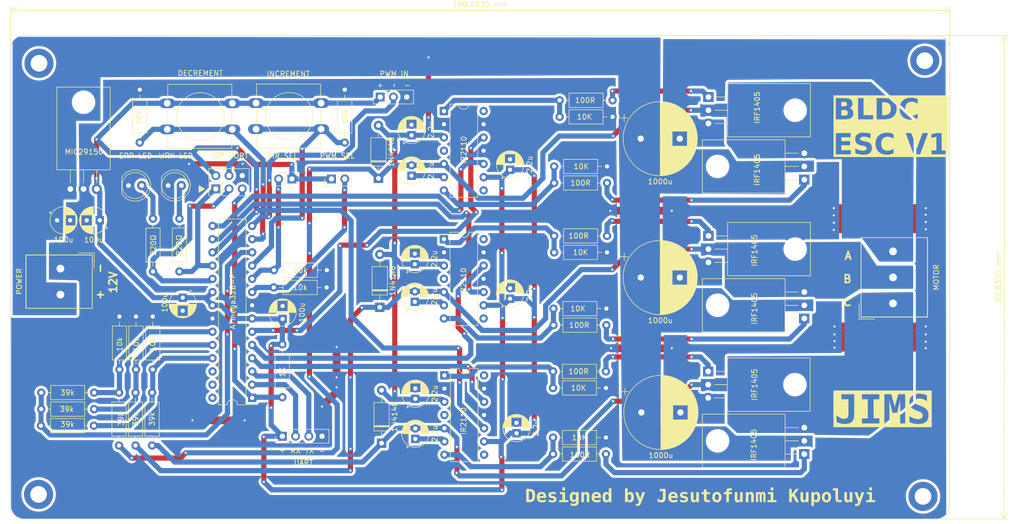
<source format=kicad_pcb>
(kicad_pcb (version 20221018) (generator pcbnew)
  (title_block (title "BLDC ESC") (date "2023-11-16") (rev "0.2") (company "JIMS Innovations") (comment 1 "Designed by Jesutofunmi Kupoluyi"))
  (layers (0 "F.Cu" signal) (31 "B.Cu" signal) (34 "B.Paste" user) (35 "F.Paste" user) (36 "B.SilkS" user "B.Silkscreen") (37 "F.SilkS" user "F.Silkscreen") (38 "B.Mask" user) (39 "F.Mask" user) (44 "Edge.Cuts" user))
  (net 0 "")
  (net 1 "+5V")
  (net 2 "GND")
  (net 3 "Net-(U1-VB)")
  (net 4 "/PH_A_MOT")
  (net 5 "Net-(U2-VB)")
  (net 6 "/PH_B_MOT")
  (net 7 "Net-(U3-VB)")
  (net 8 "/PH_C_MOT")
  (net 9 "+12V")
  (net 10 "Net-(Q1-G)")
  (net 11 "Net-(Q2-G)")
  (net 12 "Net-(Q3-G)")
  (net 13 "Net-(Q4-G)")
  (net 14 "Net-(Q5-G)")
  (net 15 "Net-(Q6-G)")
  (net 16 "Net-(U2-HO)")
  (net 17 "Net-(U2-LO)")
  (net 18 "Net-(U3-HO)")
  (net 19 "Net-(U3-LO)")
  (net 20 "Net-(U1-HO)")
  (net 21 "Net-(U1-LO)")
  (net 22 "Net-(D4-A)")
  (net 25 "Net-(D5-A)")
  (net 26 "/DIR_SEL")
  (net 30 "/PWM_SEL")
  (net 31 "/UART_RX")
  (net 35 "/UART_TX")
  (net 36 "/MISO")
  (net 38 "/ERR_LED")
  (net 39 "/MOSI")
  (net 40 "/RESET")
  (net 41 "/PH_A_BEMF")
  (net 42 "/PH_B_BEMF")
  (net 43 "/PH_C_BEMF")
  (net 44 "/V_GND")
  (net 45 "/INC_BTN")
  (net 46 "/DEC_BTN")
  (net 47 "/PH_A_HIN")
  (net 48 "/PH_A_LIN")
  (net 49 "/PH_B_HIN")
  (net 50 "/PH_B_LIN")
  (net 51 "/PH_C_LIN")
  (net 52 "/PWM_IN")
  (footprint "Capacitor_THT:CP_Radial_D5.0mm_P2.50mm" (layer "F.Cu") (at 66.782562 82.348721 180)
    (fp_text reference "C13" hide)
    (fp_text value "100u")
  )
  (footprint "Resistor_THT:R_Axial_DIN0207_L6.3mm_D2.5mm_P10.16mm_Horizontal" (layer "F.Cu") (at 82.087449 82.023949 -90)
    (fp_text reference "R27" hide)
    (fp_text value "220Ω")
  )
  (footprint "Resistor_THT:R_Axial_DIN0207_L6.3mm_D2.5mm_P10.16mm_Horizontal" (layer "F.Cu") (at 55.499 121.793)
    (fp_text reference "R19" hide)
    (fp_text value "39k")
  )
  (footprint "Resistor_THT:R_Axial_DIN0207_L6.3mm_D2.5mm_P10.16mm_Horizontal" (layer "F.Cu") (at 165.272449 62.481221 180)
    (fp_text reference "R6" hide)
    (fp_text value "10K")
  )
  (footprint "Resistor_THT:R_Axial_DIN0207_L6.3mm_D2.5mm_P10.16mm_Horizontal" (layer "F.Cu") (at 73.741551 100.840779 -90)
    (fp_text reference "R21" hide)
    (fp_text value "10k")
  )
  (footprint "Resistor_THT:R_Axial_DIN0207_L6.3mm_D2.5mm_P10.16mm_Horizontal" (layer "F.Cu") (at 55.544449 118.615221)
    (fp_text reference "R18" hide)
    (fp_text value "39k")
  )
  (footprint "MountingHole:MountingHole_3.2mm_M3_DIN965_Pad_TopBottom" (layer "F.Cu") (at 225.2345 51.689)
    (fp_text reference "REF**" hide)
    (fp_text value "MountingHole_3.2mm_M3_DIN965_Pad_TopBottom" hide)
  )
  (footprint "Package_TO_SOT_THT:TO-220-3_Horizontal_TabDown" (layer "F.Cu") (at 183.687449 58.671221 -90)
    (fp_text reference "Q2" hide)
    (fp_text value "IRF1405")
  )
  (footprint "Connector_PinHeader_2.54mm:PinHeader_1x04_P2.54mm_Vertical" (layer "F.Cu") (at 101.854 123.825 90)
    (fp_text reference "J5" hide)
    (fp_text value "UART")
  )
  (footprint "Package_DIP:DIP-14_W7.62mm" (layer "F.Cu") (at 132.979 112.136)
    (fp_text reference "U3" hide)
    (fp_text value "IR2110")
  )
  (footprint "Connector_PinHeader_2.54mm:PinHeader_1x02_P2.54mm_Vertical" (layer "F.Cu") (at 111.297449 74.403949 90)
    (fp_text reference "J4" hide)
    (fp_text value "PWM SEL")
  )
  (footprint "Resistor_THT:R_Axial_DIN0207_L6.3mm_D2.5mm_P10.16mm_Horizontal" (layer "F.Cu") (at 164.084 99.314 180)
    (fp_text reference "R1" hide)
    (fp_text value "10K")
  )
  (footprint "Resistor_THT:R_Axial_DIN0207_L6.3mm_D2.5mm_P10.16mm_Horizontal" (layer "F.Cu") (at 154.051 85.341221)
    (fp_text reference "R10" hide)
    (fp_text value "100R")
  )
  (footprint "Capacitor_THT:CP_Radial_D5.0mm_P2.00mm" (layer "F.Cu") (at 127.299449 98.009221 90)
    (fp_text reference "C5" hide)
    (fp_text value "2.2u")
  )
  (footprint "Resistor_THT:R_Axial_DIN0207_L6.3mm_D2.5mm_P10.16mm_Horizontal" (layer "F.Cu") (at 76.962 100.840779 -90)
    (fp_text reference "R20" hide)
    (fp_text value "10k")
  )
  (footprint "Capacitor_THT:CP_Radial_D14.0mm_P7.50mm" (layer "F.Cu") (at 170.681 66.675)
    (fp_text reference "C16" hide)
    (fp_text value "1000u")
  )
  (footprint "Diode_THT:D_A-405_P10.16mm_Horizontal" (layer "F.Cu") (at 120.314449 74.292221 90)
    (fp_text reference "D1" hide)
    (fp_text value "1N4148")
  )
  (footprint "Capacitor_THT:CP_Radial_D5.0mm_P2.00mm" (layer "F.Cu") (at 127.391 116.647113 90)
    (fp_text reference "C7" hide)
    (fp_text value "2.2u")
  )
  (footprint "Package_TO_SOT_THT:TO-220-3_Horizontal_TabDown" (layer "F.Cu") (at 202.102449 74.546221 90)
    (fp_text reference "Q1" hide)
    (fp_text value "IRF1405")
  )
  (footprint "Resistor_THT:R_Axial_DIN0207_L6.3mm_D2.5mm_P10.16mm_Horizontal" (layer "F.Cu") (at 153.842449 111.376221)
    (fp_text reference "R12" hide)
    (fp_text value "100R")
  )
  (footprint "Capacitor_THT:CP_Radial_D5.0mm_P2.00mm" (layer "F.Cu") (at 126.664449 73.784221 90)
    (fp_text reference "C4" hide)
    (fp_text value "2.2u")
  )
  (footprint "Package_DIP:DIP-14_W7.62mm" (layer "F.Cu") (at 132.887449 61.370221)
    (fp_text reference "U1" hide)
    (fp_text value "IR2110")
  )
  (footprint "Capacitor_THT:CP_Radial_D5.0mm_P2.00mm" (layer "F.Cu") (at 127.391 124.333226 90)
    (fp_text reference "C6" hide)
    (fp_text value "2.2u")
  )
  (footprint "MountingHole:MountingHole_3.2mm_M3_DIN965_Pad_TopBottom" (layer "F.Cu") (at 55.118 52.197)
    (fp_text reference "REF**" hide)
    (fp_text value "MountingHole_3.2mm_M3_DIN965_Pad_TopBottom" hide)
  )
  (footprint "Package_TO_SOT_THT:TO-220-3_Horizontal_TabDown" (layer "F.Cu") (at 183.642449 111.376221 -90)
    (fp_text reference "Q6" hide)
    (fp_text value "IRF1405")
  )
  (footprint "Resistor_THT:R_Axial_DIN0207_L6.3mm_D2.5mm_P10.16mm_Horizontal" (layer "F.Cu") (at 70.485 115.443 -90)
    (fp_text reference "R14" hide)
    (fp_text value "39k")
  )
  (footprint "Capacitor_THT:CP_Radial_D5.0mm_P2.00mm" (layer "F.Cu") (at 145.587449 72.641221 90)
    (fp_text reference "C1" hide)
    (fp_text value "2.2u")
  )
  (footprint "Button_Switch_THT:SW_PUSH-12mm" (layer "F.Cu") (at 79.747449 59.878949)
    (fp_text reference "SW2" hide)
    (fp_text value "DECREMENT")
  )
  (footprint "Capacitor_THT:CP_Radial_D5.0mm_P2.00mm" (layer "F.Cu") (at 126.664449 66.005221 90)
    (fp_text reference "C9" hide)
    (fp_text value "2.2u")
  )
  (footprint "TerminalBlock_Altech:Altech_AK300_1x02_P5.00mm_45-Degree" (layer "F.Cu") (at 59.227449 91.628949 -90)
    (fp_text reference "J2" hide)
    (fp_text value "POWER")
  )
  (footprint "Connector_PinHeader_2.54mm:PinHeader_1x02_P2.54mm_Vertical" (layer "F.Cu") (at 103.682449 74.403949 -90)
    (fp_text reference "J3" hide)
    (fp_text value "DIR SEL")
  )
  (footprint "MountingHole:MountingHole_3.2mm_M3_DIN965_Pad_TopBottom" (layer "F.Cu") (at 224.898949 135.382)
    (fp_text reference "REF**" hide)
    (fp_text value "MountingHole_3.2mm_M3_DIN965_Pad_TopBottom" hide)
  )
  (footprint "Package_DIP:DIP-14_W7.62mm" (layer "F.Cu") (at 132.887449 85.971221)
    (fp_text reference "U2" hide)
    (fp_text value "IR2110")
  )
  (footprint "Capacitor_THT:CP_Radial_D5.0mm_P2.00mm" (layer "F.Cu") (at 145.587449 97.406221 90)
    (fp_text reference "C3" hide)
    (fp_text value "2.2u")
  )
  (footprint "Resistor_THT:R_Axial_DIN0207_L6.3mm_D2.5mm_P10.16mm_Horizontal" (layer "F.Cu") (at 164.211 88.516221 180)
    (fp_text reference "R2" hide)
    (fp_text value "10K")
  )
  (footprint "Resistor_THT:R_Axial_DIN0207_L6.3mm_D2.5mm_P10.16mm_Horizontal" (layer "F.Cu") (at 153.842449 127.251221)
    (fp_text reference "R11" hide)
    (fp_text value "100R")
  )
  (footprint "Capacitor_THT:CP_Radial_D14.0mm_P7.50mm" (layer "F.Cu") (at 170.688 93.345)
    (fp_text reference "C14" hide)
    (fp_text value "1000u")
  )
  (footprint "Capacitor_THT:CP_Radial_D5.0mm_P2.00mm" (layer "F.Cu") (at 146.822 123.251113 90)
    (fp_text reference "C2" hide)
    (fp_text value "2.2u")
  )
  (footprint "Capacitor_THT:CP_Radial_D5.0mm_P2.50mm" (layer "F.Cu") (at 58.592449 82.348721)
    (fp_text reference "C10" hide)
    (fp_text value "100u")
  )
  (footprint "Package_TO_SOT_THT:TO-220-3_Horizontal_TabDown" (layer "F.Cu") (at 183.687449 85.341221 -90)
    (fp_text reference "Q4" hide)
    (fp_text value "IRF1405")
  )
  (footprint "Resistor_THT:R_Axial_DIN0207_L6.3mm_D2.5mm_P10.16mm_Horizontal" (layer "F.Cu") (at 70.566551 100.840779 -90)
    (fp_text reference "R22" hide)
    (fp_text value "10k")
  )
  (footprint "Resistor_THT:R_Axial_DIN0207_L6.3mm_D2.5mm_P10.16mm_Horizontal" (layer "F.Cu") (at 155.112449 59.306221)
    (fp_text reference "R8" hide)
    (fp_text value "100R")
  )
  (footprint "Resistor_THT:R_Axial_DIN0207_L6.3mm_D2.5mm_P10.16mm_Horizontal" (layer "F.Cu") (at 74.467449 57.258949 -90)
    (fp_text reference "R26" hide)
    (fp_text value "10k")
  )
  (footprint "Resistor_THT:R_Axial_DIN0207_L6.3mm_D2.5mm_P10.16mm_Horizontal" (layer "F.Cu") (at 55.544449 115.440221)
    (fp_text reference "R17" hide)
    (fp_text value "39k")
  )
  (footprint "Connector_PinHeader_2.54mm:PinHeader_2x03_P2.54mm_Vertical" (layer "F.Cu") (at 89.072449 76.308949 90)
    (fp_text reference "J6" hide)
    (fp_text value "ISP PORT")
  )
  (footprint "Resistor_THT:R_Axial_DIN0207_L6.3mm_D2.5mm_P10.16mm_Horizontal" (layer "F.Cu") (at 153.924 102.489)
    (fp_text reference "R9" hide)
    (fp_text value "100R")
  )
  (footprint "Capacitor_THT:CP_Radial_D14.0mm_P7.50mm" (layer "F.Cu") (at 170.815 119.253)
    (fp_text reference "C15" hide)
    (fp_text value "1000u")
  )
  (footprint "Connector_PinHeader_2.54mm:PinHeader_1x03_P2.54mm_Vertical" (layer "F.Cu") (at 120.65 58.674 90)
    (fp_text reference "J7" hide)
    (fp_text value "PWM IN")
  )
  (footprint "LED_THT:LED_D5.0mm" (layer "F.Cu") (at 72.303449 75.673949)
    (fp_text reference "D5" hide)
    (fp_text value "ERR LED")
  )
  (footprint "TerminalBlock_Altech:Altech_AK300_1x03_P5.00mm_45-Degree" (layer "F.Cu") (at 219.139949 98.311449 90)
    (fp_text reference "J1" hide)
    (fp_text value "MOTOR")
  )
  (footprint "Resistor_THT:R_Axial_DIN0207_L6.3mm_D2.5mm_P10.16mm_Horizontal" (layer "F.Cu") (at 164.002449 124.076221 180)
    (fp_text reference "R3" hide)
    (fp_text value "10K")
  )
  (footprint "Resistor_THT:R_Axial_DIN0207_L6.3mm_D2.5mm_P10.16mm_Horizontal" (layer "F.Cu") (at 101.854 106.172 -90)
    (fp_text reference "R13" hide)
    (fp_text value "1K")
  )
  (footprint "MountingHole:MountingHole_3.2mm_M3_DIN965_Pad_TopBottom" (layer "F.Cu") (at 55.036449 135.001)
    (fp_text reference "REF**" hide)
    (fp_text value "MountingHole_3.2mm_M3_DIN965_Pad_TopBottom" hide)
  )
  (footprint "Resistor_THT:R_Axial_DIN0207_L6.3mm_D2.5mm_P10.16mm_Horizontal" (layer "F.Cu") (at 110.408449 91.929949 180)
    (fp_text reference "R24" hide)
    (fp_text value "10k")
  )
  (footprint "Capacitor_THT:CP_Radial_D5.0mm_P2.50mm" (layer "F.Cu") (at 82.722449 97.217108 -90)
    (fp_text reference "C11" hide)
    (fp_text value "100u")
  )
  (footprint "Package_TO_SOT_THT:TO-220-3_Horizontal_TabDown" (layer "F.Cu") (at 202.102449 127.251221 90)
    (fp_text reference "Q5" hide)
    (fp_text value "IRF1405")
  )
  (footprint "Resistor_THT:R_Axial_DIN0207_L6.3mm_D2.5mm_P10.16mm_Horizontal" (layer "F.Cu") (at 77.007449 82.023949 -90)
    (fp_text reference "R28" hide)
    (fp_text value "220Ω")
  )
  (footprint "Resistor_THT:R_Axial_DIN0207_L6.3mm_D2.5mm_P10.16mm_Horizontal" (layer "F.Cu") (at 110.363 95.25 180)
    (fp_text reference "R23" hide)
    (fp_text value "10k")
  )
  (footprint "Capacitor_THT:CP_Radial_D5.0mm_P2.50mm" (layer "F.Cu") (at 101.899449 101.303221 90)
    (fp_text reference "C12" hide)
    (fp_text value "100u")
  )
  (footprint "Resistor_THT:R_Axial_DIN0207_L6.3mm_D2.5mm_P10.16mm_Horizontal" (layer "F.Cu") (at 113.837449 57.258949 -90)
    (fp_text reference "R25" hide)
    (fp_text value "10k")
  )
  (footprint "Capacitor_THT:CP_Radial_D5.0mm_P2.00mm" (layer "F.Cu") (at 127.299449 90.770221 90)
    (fp_text reference "C8" hide)
    (fp_text value "2.2u")
  )
  (footprint "Resistor_THT:R_Axial_DIN0207_L6.3mm_D2.5mm_P10.16mm_Horizontal" (layer "F.Cu") (at 164.002449 114.551221 180)
    (fp_text reference "R4" hide)
    (fp_text value "10K")
  )
  (footprint "Package_TO_SOT_THT:TO-220-3_Horizontal_TabDown" (layer "F.Cu") (at 61.132449 76.338721)
    (fp_text reference "U5" hide)
    (fp_text value "MIC29150")
  )
  (footprint "Resistor_THT:R_Axial_DIN0207_L6.3mm_D2.5mm_P10.16mm_Horizontal" (layer "F.Cu") (at 164.211 72.006221 180)
    (fp_text reference "R5" hide)
    (fp_text value "10K")
  )
  (footprint "Resistor_THT:R_Axial_DIN0207_L6.3mm_D2.5mm_P10.16mm_Horizontal" (layer "F.Cu") (at 76.835 115.445779 -90)
    (fp_text reference "R16" hide)
    (fp_text value "39k")
  )
  (footprint "Package_DIP:DIP-28_W7.62mm" (layer "F.Cu") (at 96.057449 116.456221 180)
    (fp_text reference "U4" hide)
    (fp_text value "ATmega328-P")
  )
  (footprint "Button_Switch_THT:SW_PUSH-12mm" (layer "F.Cu") (at 96.802449 59.838949)
    (fp_text reference "SW1" hide)
    (fp_text value "INCREMENT")
  )
  (footprint "Diode_THT:D_A-405_P10.16mm_Horizontal" (layer "F.Cu") (at 120.914 125.156113 90)
    (fp_text reference "D2" hide)
    (fp_text value "1N4148")
  )
  (footprint "Diode_THT:D_A-405_P10.16mm_Horizontal" (layer "F.Cu") (at 120.568449 99.057221 90)
    (fp_text reference "D3" hide)
    (fp_text value "1N4148")
  )
  (footprint "Resistor_THT:R_Axial_DIN0207_L6.3mm_D2.5mm_P10.16mm_Horizontal" (layer "F.Cu") (at 154.051 75.181221)
    (fp_text reference "R7" hide)
    (fp_text value "100R")
  )
  (footprint "Resistor_THT:R_Axial_DIN0207_L6.3mm_D2.5mm_P10.16mm_Horizontal" (layer "F.Cu") (at 73.66 115.443 -90)
    (fp_text reference "R15" hide)
    (fp_text value "39k")
  )
  (footprint "LED_THT:LED_D5.0mm" (layer "F.Cu") (at 79.923449 75.673949)
    (fp_text reference "D4" hide)
    (fp_text value "WRK LED")
  )
  (footprint "Package_TO_SOT_THT:TO-220-3_Horizontal_TabDown" (layer "F.Cu") (at 202.102449 101.216221 90)
    (fp_text reference "Q3" hide)
    (fp_text value "IRF1405")
  )
  (gr_poly (pts (xy 85.852 75.692) (xy 86.868 76.327) (xy 85.852 76.962)) (stroke (width 0.15)) (fill solid) (layer "F.SilkS"))
  (gr_line (start 52.197 46.863) (end 227.5205 46.863) (stroke (width 0.1)) (layer "Edge.Cuts"))
  (gr_line (start 49.670699 56.496949) (end 49.657 49.403) (stroke (width 0.1)) (layer "Edge.Cuts"))
  (gr_arc (start 49.657 49.403) (mid 50.400949 47.606949) (end 52.197 46.863) (stroke (width 0.1)) (layer "Edge.Cuts"))
  (gr_line (start 230.0605 49.403) (end 229.978949 137.16) (stroke (width 0.1)) (layer "Edge.Cuts"))
  (gr_arc (start 229.978949 137.16) (mid 229.234986 138.956037) (end 227.438949 139.7) (stroke (width 0.1)) (layer "Edge.Cuts"))
  (gr_arc (start 227.5205 46.863) (mid 229.316535 47.606951) (end 230.0605 49.403) (stroke (width 0.1)) (layer "Edge.Cuts"))
  (gr_line (start 49.702449 137.16) (end 49.670699 56.496949) (stroke (width 0.1)) (layer "Edge.Cuts"))
  (gr_line (start 227.438949 139.7) (end 52.242449 139.7) (stroke (width 0.1)) (layer "Edge.Cuts"))
  (gr_arc (start 52.242449 139.7) (mid 50.446349 138.956072) (end 49.702449 137.16) (stroke (width 0.1)) (layer "Edge.Cuts"))
  (gr_text "BLDC \nESC V1" (at 207.645 70.358) (layer "F.SilkS" knockout) (effects (font (size 4 4) (thickness 0.3) bold) (justify left bottom)))
  (gr_text "B" (at 209.423 94.488) (layer "F.SilkS") (effects (font (size 1.5 1.5) (thickness 0.3) bold) (justify left bottom)))
  (gr_text "C" (at 209.423 98.933) (layer "F.SilkS") (effects (font (size 1.5 1.5) (thickness 0.3) bold) (justify left bottom)))
  (gr_text "+" (at 67.691 97.79 90) (layer "F.SilkS") (effects (font (size 1.5 1.5) (thickness 0.3) bold) (justify left bottom)))
  (gr_text "Designed by Jesutofunmi Kupoluyi" (at 148.463 136.906) (layer "F.SilkS") (effects (font (size 2.5 2.5) (thickness 0.3) bold) (justify left bottom)))
  (gr_text "JIMS" (at 207.899 122.301) (layer "F.SilkS" knockout) (effects (font (size 5.5 5.5) (thickness 1) bold) (justify left bottom)))
  (gr_text "A" (at 209.677 90.043) (layer "F.SilkS") (effects (font (size 1.5 1.5) (thickness 0.3) bold) (justify left bottom)))
  (gr_text "12V" (at 70.231 96.52 90) (layer "F.SilkS") (effects (font (size 1.5 1.5) (thickness 0.3) bold) (justify left bottom)))
  (gr_text "-" (at 67.691 92.71 90) (layer "F.SilkS") (effects (font (size 1.5 1.5) (thickness 0.3) bold) (justify left bottom)))
  (dimension (type aligned) (layer "F.SilkS") (pts (xy 227.5205 46.863) (xy 227.438949 139.7)) (height -13.040485) (gr_text "92.8370 mm" (at 239.370204 93.291945 89.94966894) (layer "F.SilkS") (effects (font (size 1 1) (thickness 0.15)))) (format (prefix "") (suffix "") (units 3) (units_format 1) (precision 4)) (style (thickness 0.15) (arrow_length 1.27) (text_position_mode 0) (extension_height 0.58642) (extension_offset 0.5) keep_text_aligned))
  (dimension (type aligned) (layer "F.SilkS") (pts (xy 49.657 49.403) (xy 230.0605 49.403)) (height -7.366) (gr_text "180.4035 mm" (at 139.85875 40.887) (layer "F.SilkS") (effects (font (size 1 1) (thickness 0.15)))) (format (prefix "") (suffix "") (units 3) (units_format 1) (precision 4)) (style (thickness 0.15) (arrow_length 1.27) (text_position_mode 0) (extension_height 0.58642) (extension_offset 0.5) keep_text_aligned))
  (segment (start 144.018 127.889) (end 143.891 127.762) (width 1) (layer "F.Cu") (net 1))
  (segment (start 150.241 95.504) (end 150.241 73.787) (width 1) (layer "F.Cu") (net 1))
  (segment (start 144.145 112.903) (end 144.145 101.092) (width 1) (layer "F.Cu") (net 1))
  (segment (start 96.393 71.628) (end 93.218 68.453) (width 1) (layer "F.Cu") (net 1))
  (segment (start 150.241 120.65) (end 150.241 100.965) (width 1) (layer "F.Cu") (net 1))
  (segment (start 99.695 106.426) (end 99.695 118.364) (width 1) (layer "F.Cu") (net 1))
  (segment (start 98.298 123.952) (end 98.298 132.588) (width 1) (layer "F.Cu") (net 1))
  (segment (start 144.018 134.112) (end 144.018 127.889) (width 1) (layer "F.Cu") (net 1))
  (segment (start 144.018 80.263999) (end 144.018 76.2) (width 1) (layer "F.Cu") (net 1))
  (segment (start 103.632 71.628) (end 96.393 71.628) (width 1) (layer "F.Cu") (net 1))
  (segment (start 144.018 88.646) (end 144.018 80.263999) (width 1) (layer "F.Cu") (net 1))
  (segment (start 66.167 74.295) (end 66.167 66.802) (width 1) (layer "F.Cu") (net 1))
  (via (at 99.695 118.364) (size 0.8) (drill 0.4) (layers "F.Cu" "B.Cu") (net 1))
  (via (at 144.018 76.2) (size 0.8) (drill 0.4) (layers "F.Cu" "B.Cu") (net 1))
  (via (at 99.695 106.426) (size 0.8) (drill 0.4) (layers "F.Cu" "B.Cu") (net 1))
  (via (at 98.298 123.952) (size 0.8) (drill 0.4) (layers "F.Cu" "B.Cu") (net 1))
  (via (at 66.167 66.802) (size 0.8) (drill 0.4) (layers "F.Cu" "B.Cu") (net 1))
  (via (at 150.241 120.65) (size 0.8) (drill 0.4) (layers "F.Cu" "B.Cu") (net 1))
  (via (at 150.241 100.965) (size 0.8) (drill 0.4) (layers "F.Cu" "B.Cu") (net 1))
  (via (at 144.145 112.903) (size 0.8) (drill 0.4) (layers "F.Cu" "B.Cu") (net 1))
  (via (at 150.241 73.787) (size 0.8) (drill 0.4) (layers "F.Cu" "B.Cu") (net 1))
  (via (at 143.891 127.762) (size 0.8) (drill 0.4) (layers "F.Cu" "B.Cu") (net 1))
  (via (at 150.241 95.504) (size 0.8) (drill 0.4) (layers "F.Cu" "B.Cu") (net 1))
  (via (at 144.018 88.646) (size 0.8) (drill 0.4) (layers "F.Cu" "B.Cu") (net 1))
  (via (at 98.298 132.588) (size 0.8) (drill 0.4) (layers "F.Cu" "B.Cu") (net 1))
  (via (at 66.167 74.295) (size 0.8) (drill 0.4) (layers "F.Cu" "B.Cu") (net 1))
  (via (at 144.145 101.092) (size 0.8) (drill 0.4) (layers "F.Cu" "B.Cu") (net 1))
  (via (at 93.218 68.453) (size 0.8) (drill 0.4) (layers "F.Cu" "B.Cu") (net 1))
  (via (at 103.632 71.628) (size 0.8) (drill 0.4) (layers "F.Cu" "B.Cu") (net 1))
  (via (at 144.018 134.112) (size 0.8) (drill 0.4) (layers "F.Cu" "B.Cu") (net 1))
  (segment (start 144.018 76.2) (end 144.018 74.21067) (width 1) (layer "B.Cu") (net 1))
  (segment (start 140.507449 74.070221) (end 144.158449 74.070221) (width 1) (layer "B.Cu") (net 1))
  (segment (start 73.090051 59.878949) (end 79.747449 59.878949) (width 1) (layer "B.Cu") (net 1))
  (segment (start 144.322449 98.671221) (end 145.587449 97.406221) (width 1) (layer "B.Cu") (net 1))
  (segment (start 144.018 98.671221) (end 144.322449 98.671221) (width 1) (layer "B.Cu") (net 1))
  (segment (start 150.241 73.787) (end 149.098 72.644) (width 1) (layer "B.Cu") (net 1))
  (segment (start 99.949 106.172) (end 99.695 106.426) (width 1) (layer "B.Cu") (net 1))
  (segment (start 120.65 58.674) (end 119.485051 59.838949) (width 1) (layer "B.Cu") (net 1))
  (segment (start 92.585779 101.216221) (end 96.057449 101.216221) (width 1) (layer "B.Cu") (net 1))
  (segment (start 88.437449 98.676221) (end 90.040221 98.676221) (width 1) (layer "B.Cu") (net 1))
  (segment (start 66.782562 76.908834) (end 66.212449 76.338721) (width 1) (layer "B.Cu") (net 1))
  (segment (start 66.782562 86.848562) (end 77.151108 97.217108) (width 1) (layer "B.Cu") (net 1))
  (segment (start 150.241 122.428) (end 150.241 120.65) (width 1) (layer "B.Cu") (net 1))
  (segment (start 143.891 125.01067) (end 144.06567 124.836) (width 1) (layer "B.Cu") (net 1))
  (segment (start 85.5345 68.453) (end 84.6455 69.342) (width 1) (layer "B.Cu") (net 1))
  (segment (start 149.098 72.644) (end 148.844 72.644) (width 1) (layer "B.Cu") (net 1))
  (segment (start 98.298 132.588) (end 99.822 134.112) (width 1) (layer "B.Cu") (net 1))
  (segment (start 93.218 68.453) (end 85.5345 68.453) (width 1) (layer "B.Cu") (net 1))
  (segment (start 66.212449 76.338721) (end 66.212449 74.340449) (width 1) (layer "B.Cu") (net 1))
  (segment (start 101.854 101.34867) (end 101.899449 101.303221) (width 1) (layer "B.Cu") (net 1))
  (segment (start 101.899449 101.303221) (end 96.144449 101.303221) (width 1) (layer "B.Cu") (net 1))
  (segment (start 119.485051 59.838949) (end 109.302449 59.838949) (width 1) (layer "B.Cu") (net 1))
  (segment (start 66.212449 74.340449) (end 66.167 74.295) (width 1) (layer "B.Cu") (net 1))
  (segment (start 66.782562 82.348721) (end 66.782562 86.848562) (width 1) (layer "B.Cu") (net 1))
  (segment (start 79.747449 59.878949) (end 92.247449 59.878949) (width 1) (layer "B.Cu") (net 1))
  (segment (start 143.891 127.762) (end 143.891 125.01067) (width 1) (layer "B.Cu") (net 1))
  (segment (start 111.297449 74.403949) (end 103.682449 74.403949) (width 1) (layer "B.Cu") (net 1))
  (segment (start 148.844 72.644) (end 148.841221 72.641221) (width 1) (layer "B.Cu") (net 1))
  (segment (start 149.417887 123.251113) (end 150.241 122.428) (width 1) (layer "B.Cu") (net 1))
  (segment (start 99.822 134.112) (end 144.018 134.112) (width 1) (layer "B.Cu") (net 1))
  (segment (start 145.714449 123.187221) (end 144.06567 124.836) (width 1) (layer "B.Cu") (net 1))
  (segment (start 92.247449 59.878949) (end 109.262449 59.878949) (width 1) (layer "B.Cu") (net 1))
  (segment (start 77.151108 97.217108) (end 82.722449 97.217108) (width 1) (layer "B.Cu") (net 1))
  (segment (start 150.241 98.933) (end 150.241 95.504) (width 1) (layer "B.Cu") (net 1))
  (segment (start 144.145 101.092) (end 144.145 98.798221) (width 1) (layer "B.Cu") (net 1))
  (segment (start 66.782562 82.348721) (end 66.782562 76.908834) (width 1) (layer "B.Cu") (net 1))
  (segment (start 101.854 106.172) (end 99.949 106.172) (width 1) (layer "B.Cu") (net 1))
  (segment (start 146.822 123.251113) (end 149.417887 123.251113) (width 1) (layer "B.Cu") (net 1))
  (segment (start 103.682449 71.678449) (end 103.632 71.628) (width 1) (layer "B.Cu") (net 1))
  (segment (start 98.425 123.825) (end 98.298 123.952) (width 1) (layer "B.Cu") (net 1))
  (segment (start 103.682449 74.403949) (end 103.682449 71.678449) (width 1) (layer "B.Cu") (net 1))
  (segment (start 92.583 101.219) (end 92.585779 101.216221) (width 1) (layer "B.Cu") (net 1))
  (segment (start 109.262449 59.878949) (end 109.302449 59.838949) (width 1) (layer "B.Cu") (net 1))
  (segment (start 87.356562 97.595334) (end 88.437449 98.676221) (width 1) (layer "B.Cu") (net 1))
  (segment (start 144.06567 124.836) (end 144.06567 112.98233) (width 1) (layer "B.Cu") (net 1))
  (segment (start 82.722449 97.217108) (end 87.356562 97.217108) (width 1) (layer "B.Cu") (net 1))
  (segment (start 144.018 74.21067) (end 144.356835 73.871835) (width 1) (layer "B.Cu") (net 1))
  (segment (start 84.6455 69.342) (end 68.707 69.342) (width 1) (layer "B.Cu") (net 1))
  (segment (start 99.695 118.364) (end 99.695 121.666) (width 1) (layer "B.Cu") (net 1))
  (segment (start 144.158449 74.070221) (end 144.356835 73.871835) (width 1) (layer "B.Cu") (net 1))
  (segment (start 144.018 98.671221) (end 144.018 88.646) (width 1) (layer "B.Cu") (net 1))
  (segment (start 101.854 106.172) (end 101.854 101.34867) (width 1) (layer "B.Cu") (net 1))
  (segment (start 144.06567 112.98233) (end 144.145 112.903) (width 1) (layer "B.Cu") (net 1))
  (segment (start 144.145 98.798221) (end 144.018 98.671221) (width 1) (layer "B.Cu") (net 1))
  (segment (start 144.356835 73.871835) (end 145.587449 72.641221) (width 1) (layer "B.Cu") (net 1))
  (segment (start 90.040221 98.676221) (end 92.583 101.219) (width 1) (layer "B.Cu") (net 1))
  (segment (start 144.06567 124.836) (end 140.599 124.836) (width 1) (layer "B.Cu") (net 1))
  (segment (start 140.507449 98.671221) (end 144.018 98.671221) (width 1) (layer "B.Cu") (net 1))
  (segment (start 68.707 69.342) (end 66.167 66.802) (width 1) (layer "B.Cu") (net 1))
  (segment (start 148.714221 97.406221) (end 145.587449 97.406221) (width 1) (layer "B.Cu") (net 1))
  (segment (start 89.072449 73.768949) (end 84.6455 69.342) (width 1) (layer "B.Cu") (net 1))
  (segment (start 99.695 121.666) (end 101.854 123.825) (width 1) (layer "B.Cu") (net 1))
  (segment (start 150.241 100.965) (end 150.241 98.933) (width 1) (layer "B.Cu") (net 1))
  (segment (start 87.356562 97.217108) (end 87.356562 97.595334) (width 1) (layer "B.Cu") (net 1))
  (segment (start 66.167 66.802) (end 73.090051 59.878949) (width 1) (layer "B.Cu") (net 1))
  (segment (start 96.144449 101.303221) (end 96.057449 101.216221) (width 1) (layer "B.Cu") (net 1))
  (segment (start 87.356562 97.217108) (end 88.437449 96.136221) (width 1) (layer "B.Cu") (net 1))
  (segment (start 101.854 123.825) (end 98.425 123.825) (width 1) (layer "B.Cu") (net 1))
  (segment (start 148.841221 72.641221) (end 145.587449 72.641221) (width 1) (layer "B.Cu") (net 1))
  (segment (start 150.241 98.933) (end 148.714221 97.406221) (width 1) (layer "B.Cu") (net 1))
  (segment (start 207.899 82.677) (end 207.772 82.804) (width 1.5) (layer "F.Cu") (net 2))
  (segment (start 207.899 102.743) (end 225.425 102.743) (width 1.5) (layer "F.Cu") (net 2))
  (segment (start 225.425 82.677) (end 207.899 82.677) (width 1.5) (layer "F.Cu") (net 2))
  (segment (start 207.899 104.267) (end 225.425 104.267) (width 1.5) (layer "F.Cu") (net 2))
  (segment (start 176.657 80.518) (end 164.846 80.518) (width 1.5) (layer "F.Cu") (net 2))
  (segment (start 207.772 80.01) (end 225.425 80.01) (width 1.5) (layer "F.Cu") (net 2))
  (segment (start 207.899 84.074) (end 207.772 84.201) (width 1.5) (layer "F.Cu") (net 2))
  (segment (start 176.657 106.934) (end 164.973 106.934) (width 1.5) (layer "F.Cu") (net 2))
  (segment (start 207.899 81.28) (end 207.772 81.407) (width 1.5) (layer "F.Cu") (net 2))
  (segment (start 225.298 106.807) (end 225.425 106.934) (width 1.5) (layer "F.Cu") (net 2))
  (segment (start 112.268 114.427) (end 112.268 115.316) (width 1.5) (layer "F.Cu") (net 2))
  (segment (start 225.425 84.074) (end 207.899 84.074) (width 1.5) (layer "F.Cu") (net 2))
  (segment (start 225.298 105.537) (end 225.425 105.664) (width 1.5) (layer "F.Cu") (net 2))
  (segment (start 94.615 120.777) (end 84.582 120.777) (width 1.5) (layer "F.Cu") (net 2))
  (segment (start 112.268 115.316) (end 109.474 118.11) (width 1.5) (layer "F.Cu") (net 2))
  (segment (start 112.268 106.68) (end 112.268 112.522) (width 1.5) (layer "F.Cu") (net 2))
  (segment (start 94.234 71.501) (end 83.947 71.501) (width 1) (layer "F.Cu") (net 2))
  (segment (start 207.899 106.807) (end 225.298 106.807) (width 1.5) (layer "F.Cu") (net 2))
  (segment (start 225.425 81.28) (end 207.899 81.28) (width 1.5) (layer "F.Cu") (net 2))
  (segment (start 207.899 105.537) (end 225.298 105.537) (width 1.5) (layer "F.Cu") (net 2))
  (via (at 112.268 114.427) (size 0.8) (drill 0.4) (layers "F.Cu" "B.Cu") (net 2))
  (via (at 225.425 82.677) (size 0.8) (drill 0.4) (layers "F.Cu" "B.Cu") (net 2))
  (via (at 164.846 80.518) (size 0.8) (drill 0.4) (layers "F.Cu" "B.Cu") (net 2))
  (via (at 225.425 105.664) (size 0.8) (drill 0.4) (layers "F.Cu" "B.Cu") (net 2))
  (via (at 112.268 112.522) (size 0.8) (drill 0.4) (layers "F.Cu" "B.Cu") (net 2))
  (via (at 225.425 81.28) (size 0.8) (drill 0.4) (layers "F.Cu" "B.Cu") (net 2))
  (via (at 207.899 102.743) (size 0.8) (drill 0.4) (layers "F.Cu" "B.Cu") (net 2))
  (via (at 207.772 81.407) (size 0.8) (drill 0.4) (layers "F.Cu" "B.Cu") (net 2))
  (via (at 207.772 80.01) (size 0.8) (drill 0.4) (layers "F.Cu" "B.Cu") (net 2))
  (via (at 84.582 120.777) (size 0.8) (drill 0.4) (layers "F.Cu" "B.Cu") (net 2))
  (via (at 94.615 120.777) (size 0.8) (drill 0.4) (layers "F.Cu" "B.Cu") (net 2))
  (via (at 109.474 118.11) (size 0.8) (drill 0.4) (layers "F.Cu" "B.Cu") (net 2))
  (via (at 225.425 106.934) (size 0.8) (drill 0.4) (layers "F.Cu" "B.Cu") (net 2))
  (via (at 207.772 84.201) (size 0.8) (drill 0.4) (layers "F.Cu" "B.Cu") (net 2))
  (via (at 225.425 84.074) (size 0.8) (drill 0.4) (layers "F.Cu" "B.Cu") (net 2))
  (via (at 94.234 71.501) (size 0.8) (drill 0.4) (layers "F.Cu" "B.Cu") (net 2))
  (via (at 207.899 106.807) (size 0.8) (drill 0.4) (layers "F.Cu" "B.Cu") (net 2))
  (via (at 225.425 104.267) (size 0.8) (drill 0.4) (layers "F.Cu" "B.Cu") (net 2))
  (via (at 176.657 106.934) (size 0.8) (drill 0.4) (layers "F.Cu" "B.Cu") (net 2))
  (via (at 225.425 80.01) (size 0.8) (drill 0.4) (layers "F.Cu" "B.Cu") (net 2))
  (via (at 207.772 82.804) (size 0.8) (drill 0.4) (layers "F.Cu" "B.Cu") (net 2))
  (via (at 164.973 106.934) (size 0.8) (drill 0.4) (layers "F.Cu" "B.Cu") (net 2))
  (via (at 112.268 106.68) (size 0.8) (drill 0.4) (layers "F.Cu" "B.Cu") (net 2))
  (via (at 207.899 105.537) (size 0.8) (drill 0.4) (layers "F.Cu" "B.Cu") (net 2))
  (via (at 83.947 71.501) (size 0.8) (drill 0.4) (layers "F.Cu" "B.Cu") (net 2))
  (via (at 225.425 102.743) (size 0.8) (drill 0.4) (layers "F.Cu" "B.Cu") (net 2))
  (via (at 176.657 80.518) (size 0.8) (drill 0.4) (layers "F.Cu" "B.Cu") (net 2))
  (via (at 207.899 104.267) (size 0.8) (drill 0.4) (layers "F.Cu" "B.Cu") (net 2))
  (segment (start 126.664449 73.784221) (end 132.601449 73.784221) (width 1) (layer "B.Cu") (net 3))
  (segment (start 132.601449 73.784221) (end 132.887449 74.070221) (width 1) (layer "B.Cu") (net 3))
  (segment (start 83.312 127) (end 82.296 128.016) (width 1) (layer "F.Cu") (net 4))
  (segment (start 170.309779 61.211221) (end 180.34 61.211221) (width 1) (layer "F.Cu") (net 4))
  (segment (start 107.061 82.931) (end 107.061 72.516998) (width 1) (layer "F.Cu") (net 4))
  (segment (start 82.296 128.016) (end 72.898 128.016) (width 1) (layer "F.Cu") (net 4))
  (segment (start 107.061 88.646) (end 107.061 112.395) (width 1) (layer "F.Cu") (net 4))
  (segment (start 165.354 66.167) (end 170.309779 61.211221) (width 1) (layer "F.Cu") (net 4))
  (via (at 107.061 112.395) (size 0.8) (drill 0.4) (layers "F.Cu" "B.Cu") (net 4))
  (via (at 83.312 127) (size 0.8) (drill 0.4) (layers "F.Cu" "B.Cu") (net 4))
  (via (at 165.354 66.167) (size 0.8) (drill 0.4) (layers "F.Cu" "B.Cu") (net 4))
  (via (at 107.061 88.646) (size 0.8) (drill 0.4) (layers "F.Cu" "B.Cu") (net 4))
  (via (at 107.061 82.931) (size 0.8) (drill 0.4) (layers "F.Cu" "B.Cu") (net 4))
  (via (at 72.898 128.016) (size 0.8) (drill 0.4) (layers "F.Cu" "B.Cu") (net 4))
  (via (at 180.34 61.211221) (size 0.8) (drill 0.4) (layers "F.Cu" "B.Cu") (net 4))
  (via (at 107.061 72.516998) (size 0.8) (drill 0.4) (layers "F.Cu" "B.Cu") (net 4))
  (segment (start 148.076779 78.110221) (end 139.467449 78.110221) (width 1) (layer "B.Cu") (net 4))
  (segment (start 120.314449 74.292221) (end 118.539226 72.516998) (width 1) (layer "B.Cu") (net 4))
  (segment (start 165.354 66.167) (end 155.067 66.167) (width 1) (layer "B.Cu") (net 4))
  (segment (start 155.067 66.167) (end 151.892 69.342) (width 1) (layer "B.Cu") (net 4))
  (segment (start 151.892 69.342) (end 151.892 74.295) (width 1) (layer "B.Cu") (net 4))
  (segment (start 126.664449 71.784221) (end 122.822449 71.784221) (width 1) (layer "B.Cu") (net 4))
  (segment (start 122.822449 71.784221) (end 120.314449 74.292221) (width 1) (layer "B.Cu") (net 4))
  (segment (start 111.506 127) (end 83.312 127) (width 1) (layer "B.Cu") (net 4))
  (segment (start 126.664449 71.784221) (end 132.633449 71.784221) (width 1) (layer "B.Cu") (net 4))
  (segment (start 107.061 82.931) (end 107.061 88.646) (width 1) (layer "B.Cu") (net 4))
  (segment (start 112.395 126.111) (end 111.506 127) (width 1) (layer "B.Cu") (net 4))
  (segment (start 139.467449 78.110221) (end 132.887449 71.530221) (width 1) (layer "B.Cu") (net 4))
  (segment (start 183.687449 61.211221) (end 180.34 61.211221) (width 1) (layer "B.Cu") (net 4))
  (segment (start 151.892 74.295) (end 148.076779 78.110221) (width 1) (layer "B.Cu") (net 4))
  (segment (start 107.061 112.395) (end 112.395 117.729) (width 1) (layer "B.Cu") (net 4))
  (segment (start 132.633449 71.784221) (end 132.887449 71.530221) (width 1) (layer "B.Cu") (net 4))
  (segment (start 118.539226 72.516998) (end 107.061 72.516998) (width 1) (layer "B.Cu") (net 4))
  (segment (start 112.395 117.729) (end 112.395 126.111) (width 1) (layer "B.Cu") (net 4))
  (segment (start 72.898 128.016) (end 70.485 125.603) (width 1) (layer "B.Cu") (net 4))
  (segment (start 132.225449 98.009221) (end 132.887449 98.671221) (width 1) (layer "B.Cu") (net 5))
  (segment (start 127.299449 98.009221) (end 132.225449 98.009221) (width 1) (layer "B.Cu") (net 5))
  (segment (start 114.935 126.238) (end 114.935 130.429) (width 1) (layer "F.Cu") (net 6))
  (segment (start 114.935 101.346) (end 117.1575 99.1235) (width 1) (layer "F.Cu") (net 6))
  (segment (start 169.16678 87.88122) (end 180.467 87.88122) (width 1) (layer "F.Cu") (net 6))
  (segment (start 114.935 112.522) (end 114.935 101.346) (width 1) (layer "F.Cu") (net 6))
  (segment (start 165.227 91.821) (end 169.16678 87.88122) (width 1) (layer "F.Cu") (net 6))
  (via (at 114.935 126.238) (size 0.8) (drill 0.4) (layers "F.Cu" "B.Cu") (net 6))
  (via (at 180.467 87.88122) (size 0.8) (drill 0.4) (layers "F.Cu" "B.Cu") (net 6))
  (via (at 114.935 112.522) (size 0.8) (drill 0.4) (layers "F.Cu" "B.Cu") (net 6))
  (via (at 165.227 91.821) (size 0.8) (drill 0.4) (layers "F.Cu" "B.Cu") (net 6))
  (via (at 114.935 130.429) (size 0.8) (drill 0.4) (layers "F.Cu" "B.Cu") (net 6))
  (via (at 117.1575 99.1235) (size 0.8) (drill 0.4) (layers "F.Cu" "B.Cu") (net 6))
  (segment (start 152.424 98.692679) (end 159.295679 91.821) (width 1) (layer "B.Cu") (net 6))
  (segment (start 117.223779 99.057221) (end 117.1575 99.1235) (width 1) (layer "B.Cu") (net 6))
  (segment (start 132.765449 96.009221) (end 132.887449 96.131221) (width 1) (layer "B.Cu") (net 6))
  (segment (start 150.114 103.505) (end 152.424 101.195) (width 1) (layer "B.Cu") (net 6))
  (segment (start 127.299449 96.009221) (end 132.765449 96.009221) (width 1) (layer "B.Cu") (net 6))
  (segment (start 125.224779 96.009221) (end 122.176779 99.057221) (width 1) (layer "B.Cu") (net 6))
  (segment (start 114.935 112.522) (end 114.935 126.238) (width 1) (layer "B.Cu") (net 6))
  (segment (start 78.486 130.429) (end 73.66 125.603) (width 1) (layer "B.Cu") (net 6))
  (segment (start 120.568449 99.057221) (end 117.223779 99.057221) (width 1) (layer "B.Cu") (net 6))
  (segment (start 122.176779 99.057221) (end 120.568449 99.057221) (width 1) (layer "B.Cu") (net 6))
  (segment (start 183.687449 87.881221) (end 180.467 87.88122) (width 1) (layer "B.Cu") (net 6))
  (segment (start 152.424 101.195) (end 152.424 98.692679) (width 1) (layer "B.Cu") (net 6))
  (segment (start 127.299449 96.009221) (end 125.224779 96.009221) (width 1) (layer "B.Cu") (net 6))
  (segment (start 140.261228 103.505) (end 150.114 103.505) (width 1) (layer "B.Cu") (net 6))
  (segment (start 159.295679 91.821) (end 165.227 91.821) (width 1) (layer "B.Cu") (net 6))
  (segment (start 114.935 130.429) (end 78.486 130.429) (width 1) (layer "B.Cu") (net 6))
  (segment (start 132.887449 96.131221) (end 140.261228 103.505) (width 1) (layer "B.Cu") (net 6))
  (segment (start 132.476226 124.333226) (end 132.979 124.836) (width 1) (layer "B.Cu") (net 7))
  (segment (start 127.391 124.333226) (end 132.476226 124.333226) (width 1) (layer "B.Cu") (net 7))
  (segment (start 135.382001 125.857001) (end 135.382001 130.809999) (width 1) (layer "F.Cu") (net 8))
  (segment (start 135.382001 130.809999) (end 135.3185 130.8735) (width 1) (layer "F.Cu") (net 8))
  (segment (start 177.289221 117.094) (end 180.467 113.916221) (width 1) (layer "F.Cu") (net 8))
  (segment (start 165.354 117.094) (end 177.289221 117.094) (width 1) (layer "F.Cu") (net 8))
  (via (at 135.382001 125.857001) (size 0.8) (drill 0.4) (layers "F.Cu" "B.Cu") (net 8))
  (via (at 135.3185 130.8735) (size 0.8) (drill 0.4) (layers "F.Cu" "B.Cu") (net 8))
  (via (at 180.467 113.916221) (size 0.8) (drill 0.4) (layers "F.Cu" "B.Cu") (net 8))
  (via (at 165.354 117.094) (size 0.8) (drill 0.4) (layers "F.Cu" "B.Cu") (net 8))
  (segment (start 135.382 124.206) (end 135.382001 125.857001) (width 1) (layer "B.Cu") (net 8))
  (segment (start 135.89 131.445) (end 135.3185 130.8735) (width 1) (layer "B.Cu") (net 8))
  (segment (start 123.800779 122.269334) (end 133.445334 122.269334) (width 1) (layer "B.Cu") (net 8))
  (segment (start 180.467 113.916221) (end 183.642449 113.916221) (width 1) (layer "B.Cu") (net 8))
  (segment (start 117.292113 128.778) (end 81.153 128.778) (width 1) (layer "B.Cu") (net 8))
  (segment (start 159.512 122.936) (end 159.512 127.381) (width 1) (layer "B.Cu") (net 8))
  (segment (start 120.914 125.156113) (end 117.292113 128.778) (width 1) (layer "B.Cu") (net 8))
  (segment (start 159.512 127.381) (end 155.448 131.445) (width 1) (layer "B.Cu") (net 8))
  (segment (start 120.914 125.156113) (end 123.800779 122.269334) (width 1) (layer "B.Cu") (net 8))
  (segment (start 155.448 131.445) (end 135.89 131.445) (width 1) (layer "B.Cu") (net 8))
  (segment (start 81.153 128.778) (end 77.980779 125.605779) (width 1) (layer "B.Cu") (net 8))
  (segment (start 165.354 117.094) (end 159.512 122.936) (width 1) (layer "B.Cu") (net 8))
  (segment (start 77.980779 125.605779) (end 76.835 125.605779) (width 1) (layer "B.Cu") (net 8))
  (segment (start 133.445334 122.269334) (end 135.382 124.206) (width 1) (layer "B.Cu") (net 8))
  (segment (start 123.444 115.189) (end 123.444 92.964) (width 1) (layer "F.Cu") (net 9))
  (segment (start 123.444 86.741) (end 123.444 68.834) (width 1) (layer "F.Cu") (net 9))
  (segment (start 129.921 62.611) (end 129.921 51.054) (width 1) (layer "F.Cu") (net 9))
  (via (at 129.921 51.054) (size 0.8) (drill 0.4) (layers "F.Cu" "B.Cu") (net 9))
  (via (at 123.444 68.834) (size 0.8) (drill 0.4) (layers "F.Cu" "B.Cu") (net 9))
  (via (at 123.444 92.964) (size 0.8) (drill 0.4) (layers "F.Cu" "B.Cu") (net 9))
  (via (at 123.444 115.189) (size 0.8) (drill 0.4) (layers "F.Cu" "B.Cu") (net 9))
  (via (at 129.921 62.611) (size 0.8) (drill 0.4) (layers "F.Cu" "B.Cu") (net 9))
  (via (at 123.444 86.741) (size 0.8) (drill 0.4) (layers "F.Cu" "B.Cu") (net 9))
  (segment (start 129.921 66.005221) (end 129.921 62.611) (width 1) (layer "B.Cu") (net 9))
  (segment (start 123.3805 89.4715) (end 122.806221 88.897221) (width 1) (layer "B.Cu") (net 9))
  (segment (start 123.3805 86.8045) (end 123.444 86.741) (width 1) (layer "B.Cu") (net 9))
  (segment (start 132.442449 66.005221) (end 132.887449 66.450221) (width 1) (layer "B.Cu") (net 9))
  (segment (start 129.921 66.005221) (end 132.442449 66.005221) (width 1) (layer "B.Cu") (net 9))
  (segment (start 123.444 92.964) (end 123.444 89.535) (width 1) (layer "B.Cu") (net 9))
  (segment (start 132.979 117.216) (end 132.476 116.713) (width 1) (layer "B.Cu") (net 9))
  (segment (start 123.444 116.713) (end 123.444 115.189) (width 1) (layer "B.Cu") (net 9))
  (segment (start 122.187449 66.005221) (end 120.314449 64.132221) (width 1) (layer "B.Cu") (net 9))
  (segment (start 127.299449 90.770221) (end 132.606449 90.770221) (width 1) (layer "B.Cu") (net 9))
  (segment (start 126.664449 66.005221) (end 123.317 66.005221) (width 1) (layer "B.Cu") (net 9))
  (segment (start 127.299449 90.770221) (end 124.679221 90.770221) (width 1) (layer "B.Cu") (net 9))
  (segment (start 123.444 89.535) (end 123.3805 89.4715) (width 1) (layer "B.Cu") (net 9))
  (segment (start 126.664449 66.005221) (end 129.921 66.005221) (width 1) (layer "B.Cu") (net 9))
  (segment (start 123.444 66.132221) (end 123.317 66.005221) (width 1) (layer "B.Cu") (net 9))
  (segment (start 124.679221 90.770221) (end 123.3805 89.4715) (width 1) (layer "B.Cu") (net 9))
  (segment (start 123.3805 89.4715) (end 123.3805 86.8045) (width 1) (layer "B.Cu") (net 9))
  (segment (start 123.444 68.834) (end 123.444 66.132221) (width 1) (layer "B.Cu") (net 9))
  (segment (start 123.444 116.713) (end 122.630887 116.713) (width 1) (layer "B.Cu") (net 9))
  (segment (start 122.630887 116.713) (end 120.914 114.996113) (width 1) (layer "B.Cu") (net 9))
  (segment (start 132.606449 90.770221) (end 132.887449 91.051221) (width 1) (layer "B.Cu") (net 9))
  (segment (start 123.317 66.005221) (end 122.187449 66.005221) (width 1) (layer "B.Cu") (net 9))
  (segment (start 132.476 116.713) (end 123.444 116.713) (width 1) (layer "B.Cu") (net 9))
  (segment (start 122.806221 88.897221) (end 120.568449 88.897221) (width 1) (layer "B.Cu") (net 9))
  (segment (start 165.227 78.359) (end 165.354 78.486) (width 1) (layer "F.Cu") (net 10))
  (segment (start 165.354 78.486) (end 180.467 78.486) (width 1) (layer "F.Cu") (net 10))
  (via (at 165.227 78.359) (size 0.8) (drill 0.4) (layers "F.Cu" "B.Cu") (net 10))
  (via (at 180.467 78.486) (size 0.8) (drill 0.4) (layers "F.Cu" "B.Cu") (net 10))
  (segment (start 202.102449 75.646551) (end 199.263 78.486) (width 1) (layer "B.Cu") (net 10))
  (segment (start 164.465 77.47) (end 164.211 77.216) (width 1) (layer "B.Cu") (net 10))
  (segment (start 164.465 77.597) (end 164.465 77.47) (width 1) (layer "B.Cu") (net 10))
  (segment (start 199.263 78.486) (end 180.467 78.486) (width 1) (layer "B.Cu") (net 10))
  (segment (start 164.211 77.216) (end 164.211 75.181221) (width 1) (layer "B.Cu") (net 10))
  (segment (start 165.227 78.359) (end 164.465 77.597) (width 1) (layer "B.Cu") (net 10))
  (segment (start 202.102449 74.546221) (end 202.102449 75.646551) (width 1) (layer "B.Cu") (net 10))
  (segment (start 165.227 57.531) (end 180.34 57.531) (width 1) (layer "F.Cu") (net 11))
  (via (at 165.227 57.531) (size 0.8) (drill 0.4) (layers "F.Cu" "B.Cu") (net 11))
  (via (at 180.34 57.531) (size 0.8) (drill 0.4) (layers "F.Cu" "B.Cu") (net 11))
  (segment (start 180.34 57.531) (end 182.547228 57.531) (width 1) (layer "B.Cu") (net 11))
  (segment (start 165.272449 57.576449) (end 165.227 57.531) (width 1) (layer "B.Cu") (net 11))
  (segment (start 165.272449 57.993551) (end 165.272449 59.306221) (width 1) (layer "B.Cu") (net 11))
  (segment (start 165.272449 57.993551) (end 165.272449 57.576449) (width 1) (layer "B.Cu") (net 11))
  (segment (start 182.547228 57.531) (end 183.687449 58.671221) (width 1) (layer "B.Cu") (net 11))
  (segment (start 165.354 105.156) (end 180.467 105.156) (width 1) (layer "F.Cu") (net 12))
  (via (at 165.354 105.156) (size 0.8) (drill 0.4) (layers "F.Cu" "B.Cu") (net 12))
  (via (at 180.467 105.156) (size 0.8) (drill 0.4) (layers "F.Cu" "B.Cu") (net 12))
  (segment (start 164.084 104.902) (end 164.084 102.489) (width 1) (layer "B.Cu") (net 12))
  (segment (start 164.338 105.156) (end 164.084 104.902) (width 1) (layer "B.Cu") (net 12))
  (segment (start 202.102449 102.316551) (end 199.263 105.156) (width 1) (layer "B.Cu") (net 12))
  (segment (start 165.354 105.156) (end 164.338 105.156) (width 1) (layer "B.Cu") (net 12))
  (segment (start 199.263 105.156) (end 180.467 105.156) (width 1) (layer "B.Cu") (net 12))
  (segment (start 202.102449 101.216221) (end 202.102449 102.316551) (width 1) (layer "B.Cu") (net 12))
  (segment (start 165.354 82.55) (end 180.467 82.55) (width 1) (layer "F.Cu") (net 13))
  (segment (start 165.227 82.423) (end 165.354 82.55) (width 1) (layer "F.Cu") (net 13))
  (via (at 180.467 82.55) (size 0.8) (drill 0.4) (layers "F.Cu" "B.Cu") (net 13))
  (via (at 165.227 82.423) (size 0.8) (drill 0.4) (layers "F.Cu" "B.Cu") (net 13))
  (segment (start 165.227 82.423) (end 164.973 82.423) (width 1) (layer "B.Cu") (net 13))
  (segment (start 183.687449 84.246449) (end 181.991 82.55) (width 1) (layer "B.Cu") (net 13))
  (segment (start 164.211 83.185) (end 164.211 85.341221) (width 1) (layer "B.Cu") (net 13))
  (segment (start 164.973 82.423) (end 164.211 83.185) (width 1) (layer "B.Cu") (net 13))
  (segment (start 181.991 82.55) (end 180.467 82.55) (width 1) (layer "B.Cu") (net 13))
  (segment (start 183.687449 85.341221) (end 183.687449 84.246449) (width 1) (layer "B.Cu") (net 13))
  (segment (start 202.102449 130.129551) (end 201.422 130.81) (width 1) (layer "B.Cu") (net 14))
  (segment (start 201.422 130.81) (end 165.608 130.81) (width 1) (layer "B.Cu") (net 14))
  (segment (start 202.102449 127.251221) (end 202.102449 130.129551) (width 1) (layer "B.Cu") (net 14))
  (segment (start 165.608 130.81) (end 164.002449 129.204449) (width 1) (layer "B.Cu") (net 14))
  (segment (start 164.002449 129.204449) (end 164.002449 127.251221) (width 1) (layer "B.Cu") (net 14))
  (segment (start 165.354 108.585) (end 180.467 108.585) (width 1) (layer "F.Cu") (net 15))
  (via (at 180.467 108.585) (size 0.8) (drill 0.4) (layers "F.Cu" "B.Cu") (net 15))
  (via (at 165.354 108.585) (size 0.8) (drill 0.4) (layers "F.Cu" "B.Cu") (net 15))
  (segment (start 183.642449 111.376221) (end 183.642449 110.109449) (width 1) (layer "B.Cu") (net 15))
  (segment (start 165.354 108.585) (end 164.592 108.585) (width 1) (layer "B.Cu") (net 15))
  (segment (start 183.642449 110.109449) (end 182.118 108.585) (width 1) (layer "B.Cu") (net 15))
  (segment (start 164.592 108.585) (end 163.957 109.22) (width 1) (layer "B.Cu") (net 15))
  (segment (start 163.957 109.22) (end 164.002449 109.265449) (width 1) (layer "B.Cu") (net 15))
  (segment (start 182.118 108.585) (end 180.467 108.585) (width 1) (layer "B.Cu") (net 15))
  (segment (start 164.002449 109.265449) (end 164.002449 111.376221) (width 1) (layer "B.Cu") (net 15))
  (segment (start 135.633782 101.211221) (end 139.381062 104.958501) (width 1) (layer "B.Cu") (net 16))
  (segment (start 153.924 99.314) (end 153.924 102.489) (width 1) (layer "B.Cu") (net 16))
  (segment (start 139.381062 104.958501) (end 151.454499 104.958501) (width 1) (layer "B.Cu") (net 16))
  (segment (start 132.887449 101.211221) (end 135.633782 101.211221) (width 1) (layer "B.Cu") (net 16))
  (segment (start 151.454499 104.958501) (end 153.924 102.489) (width 1) (layer "B.Cu") (net 16))
  (segment (start 154.051 85.341221) (end 154.051 88.516221) (width 1) (layer "B.Cu") (net 17))
  (segment (start 138.72935 83.82) (end 152.529779 83.82) (width 1) (layer "B.Cu") (net 17))
  (segment (start 133.56528 86.649052) (end 135.900298 86.649052) (width 1) (layer "B.Cu") (net 17))
  (segment (start 152.529779 83.82) (end 154.051 85.341221) (width 1) (layer "B.Cu") (net 17))
  (segment (start 132.887449 85.971221) (end 133.56528 86.649052) (width 1) (layer "B.Cu") (net 17))
  (segment (start 135.900298 86.649052) (end 138.72935 83.82) (width 1) (layer "B.Cu") (net 17))
  (segment (start 135.758 127.376) (end 138.049 129.667) (width 1) (layer "B.Cu") (net 18))
  (segment (start 151.42667 129.667) (end 153.842449 127.251221) (width 1) (layer "B.Cu") (net 18))
  (segment (start 138.049 129.667) (end 151.42667 129.667) (width 1) (layer "B.Cu") (net 18))
  (segment (start 153.842449 127.251221) (end 153.842449 124.076221) (width 1) (layer "B.Cu") (net 18))
  (segment (start 132.979 127.376) (end 135.758 127.376) (width 1) (layer "B.Cu") (net 18))
  (segment (start 139.539548 110.532503) (end 137.761548 112.310503) (width 1) (layer "B.Cu") (net 19))
  (segment (start 152.998731 110.532503) (end 139.539548 110.532503) (width 1) (layer "B.Cu") (net 19))
  (segment (start 153.842449 111.376221) (end 153.842449 114.551221) (width 1) (layer "B.Cu") (net 19))
  (segment (start 133.153503 112.310503) (end 132.979 112.136) (width 1) (layer "B.Cu") (net 19))
  (segment (start 137.761548 112.310503) (end 133.153503 112.310503) (width 1) (layer "B.Cu") (net 19))
  (segment (start 153.842449 111.376221) (end 152.998731 110.532503) (width 1) (layer "B.Cu") (net 19))
  (segment (start 149.922499 79.309722) (end 135.58695 79.309722) (width 1) (layer "B.Cu") (net 20))
  (segment (start 135.58695 79.309722) (end 132.887449 76.610221) (width 1) (layer "B.Cu") (net 20))
  (segment (start 154.051 72.006221) (end 154.051 75.181221) (width 1) (layer "B.Cu") (net 20))
  (segment (start 154.051 75.181221) (end 149.922499 79.309722) (width 1) (layer "B.Cu") (net 20))
  (segment (start 155.112449 59.306221) (end 155.112449 62.481221) (width 1) (layer "B.Cu") (net 21))
  (segment (start 132.887449 61.370221) (end 132.887449 61.295551) (width 1) (layer "B.Cu") (net 21))
  (segment (start 134.876779 59.306221) (end 155.112449 59.306221) (width 1) (layer "B.Cu") (net 21))
  (segment (start 132.887449 61.295551) (end 134.876779 59.306221) (width 1) (layer "B.Cu") (net 21))
  (segment (start 82.087449 76.049949) (end 82.463449 75.673949) (width 1) (layer "B.Cu") (net 22))
  (segment (start 82.087449 82.023949) (end 82.087449 76.049949) (width 1) (layer "B.Cu") (net 22))
  (segment (start 77.007449 77.837949) (end 74.843449 75.673949) (width 1) (layer "B.Cu") (net 25))
  (segment (start 77.007449 82.023949) (end 77.007449 77.837949) (width 1) (layer "B.Cu") (net 25))
  (segment (start 101.106639 83.199639) (end 101.106639 83.7495) (width 1) (layer "F.Cu") (net 26))
  (segment (start 101.092 83.185) (end 101.106639 83.199639) (width 1) (layer "F.Cu") (net 26))
  (segment (start 101.092 76.3975) (end 101.092 83.185) (width 1) (layer "F.Cu") (net 26))
  (via (at 101.106639 83.7495) (size 0.8) (drill 0.4) (layers "F.Cu" "B.Cu") (net 26))
  (via (at 101.092 76.3975) (size 0.8) (drill 0.4) (layers "F.Cu" "B.Cu") (net 26))
  (segment (start 100.248449 91.929949) (end 101.106639 91.071759) (width 1) (layer "B.Cu") (net 26))
  (segment (start 101.106639 91.071759) (end 101.106639 83.7495) (width 1) (layer "B.Cu") (net 26))
  (segment (start 101.142449 74.403949) (end 101.142449 76.347051) (width 1) (layer "B.Cu") (net 26))
  (segment (start 101.142449 76.347051) (end 101.092 76.3975) (width 1) (layer "B.Cu") (net 26))
  (segment (start 100.248449 91.929949) (end 97.723721 91.929949) (width 1) (layer "B.Cu") (net 26))
  (segment (start 97.723721 91.929949) (end 96.057449 93.596221) (width 1) (layer "B.Cu") (net 26))
  (segment (start 113.792 83.693) (end 113.792 76.5245) (width 1) (layer "F.Cu") (net 30))
  (via (at 113.792 83.693) (size 0.8) (drill 0.4) (layers "F.Cu" "B.Cu") (net 30))
  (via (at 113.792 76.5245) (size 0.8) (drill 0.4) (layers "F.Cu" "B.Cu") (net 30))
  (segment (start 113.792 83.693) (end 113.792 84.201) (width 1) (layer "B.Cu") (net 30))
  (segment (start 96.94367 95.25) (end 96.057449 96.136221) (width 1) (layer "B.Cu") (net 30))
  (segment (start 113.837449 74.403949) (end 113.837449 76.479051) (width 1) (layer "B.Cu") (net 30))
  (segment (start 113.837449 76.479051) (end 113.792 76.5245) (width 1) (layer "B.Cu") (net 30))
  (segment (start 102.743 95.25) (end 100.203 95.25) (width 1) (layer "B.Cu") (net 30))
  (segment (start 100.203 95.25) (end 96.94367 95.25) (width 1) (layer "B.Cu") (net 30))
  (segment (start 113.792 84.201) (end 102.743 95.25) (width 1) (layer "B.Cu") (net 30))
  (segment (start 102.359221 113.916221) (end 104.394 115.951) (width 1) (layer "B.Cu") (net 31))
  (segment (start 104.394 115.951) (end 104.394 123.825) (width 1) (layer "B.Cu") (net 31))
  (segment (start 96.057449 113.916221) (end 102.359221 113.916221) (width 1) (layer "B.Cu") (net 31))
  (segment (start 96.057449 111.376221) (end 96.949228 112.268) (width 1) (layer "B.Cu") (net 35))
  (segment (start 103.378 112.268) (end 106.934 115.824) (width 1) (layer "B.Cu") (net 35))
  (segment (start 106.934 115.824) (end 106.934 123.825) (width 1) (layer "B.Cu") (net 35))
  (segment (start 96.949228 112.268) (end 103.378 112.268) (width 1) (layer "B.Cu") (net 35))
  (segment (start 84.473051 92.183949) (end 85.600779 91.056221) (width 1) (layer "B.Cu") (net 36))
  (segment (start 82.087449 92.183949) (end 84.473051 92.183949) (width 1) (layer "B.Cu") (net 36))
  (segment (start 88.918051 76.308949) (end 85.600779 79.626221) (width 1) (layer "B.Cu") (net 36))
  (segment (start 85.600779 91.056221) (end 88.437449 91.056221) (width 1) (layer "B.Cu") (net 36))
  (segment (start 89.072449 76.308949) (end 88.918051 76.308949) (width 1) (layer "B.Cu") (net 36))
  (segment (start 85.600779 79.626221) (end 85.600779 91.056221) (width 1) (layer "B.Cu") (net 36))
  (segment (start 88.646 79.629) (end 84.074 79.629) (width 1) (layer "F.Cu") (net 38))
  (via (at 88.646 79.629) (size 0.8) (drill 0.4) (layers "F.Cu" "B.Cu") (net 38))
  (via (at 84.074 79.629) (size 0.8) (drill 0.4) (layers "F.Cu" "B.Cu") (net 38))
  (segment (start 77.007449 92.183949) (end 78.8035 93.98) (width 1) (layer "B.Cu") (net 38))
  (segment (start 84.074 85.852) (end 81.153 88.773) (width 1) (layer "B.Cu") (net 38))
  (segment (start 84.074 79.629) (end 84.074 85.852) (width 1) (layer "B.Cu") (net 38))
  (segment (start 81.153 88.773) (end 78.105 88.773) (width 1) (layer "B.Cu") (net 38))
  (segment (start 78.8035 93.98) (end 88.05367 93.98) (width 1) (layer "B.Cu") (net 38))
  (segment (start 78.105 88.773) (end 77.007449 89.870551) (width 1) (layer "B.Cu") (net 38))
  (segment (start 88.05367 93.98) (end 88.437449 93.596221) (width 1) (layer "B.Cu") (net 38))
  (segment (start 77.007449 89.870551) (end 77.007449 92.183949) (width 1) (layer "B.Cu") (net 38))
  (segment (start 91.612449 76.308949) (end 91.612449 76.662551) (width 1) (layer "B.Cu") (net 38))
  (segment (start 91.612449 76.662551) (end 88.646 79.629) (width 1) (layer "B.Cu") (net 38))
  (segment (start 135.89 113.509588) (end 135.89 107.1315) (width 1) (layer "F.Cu") (net 39))
  (segment (start 96.901 76.401114) (end 96.904614 76.3975) (width 1) (layer "F.Cu") (net 39))
  (segment (start 96.901 80.772) (end 96.901 76.401114) (width 1) (layer "F.Cu") (net 39))
  (segment (start 135.89 107.1315) (end 135.636 106.8775) (width 1) (layer "F.Cu") (net 39))
  (segment (start 135.889585 113.510003) (end 135.89 113.509588) (width 1) (layer "F.Cu") (net 39))
  (via (at 135.636 106.8775) (size 0.8) (drill 0.4) (layers "F.Cu" "B.Cu") (net 39))
  (via (at 96.901 80.772) (size 0.8) (drill 0.4) (layers "F.Cu" "B.Cu") (net 39))
  (via (at 135.889585 113.510003) (size 0.8) (drill 0.4) (layers "F.Cu" "B.Cu") (net 39))
  (via (at 96.904614 76.3975) (size 0.8) (drill 0.4) (layers "F.Cu" "B.Cu") (net 39))
  (segment (start 95.032374 69.886374) (end 96.904614 71.758614) (width 1) (layer "B.Cu") (net 39))
  (segment (start 96.600349 80.772) (end 96.901 80.772) (width 1) (layer "B.Cu") (net 39))
  (segment (start 88.437449 88.516221) (end 88.856128 88.516221) (width 1) (layer "B.Cu") (net 39))
  (segment (start 88.856128 88.516221) (end 96.600349 80.772) (width 1) (layer "B.Cu") (net 39))
  (segment (start 91.612449 71.709551) (end 93.435626 69.886374) (width 1) (layer "B.Cu") (net 39))
  (segment (start 91.612449 73.768949) (end 91.612449 71.709551) (width 1) (layer "B.Cu") (net 39))
  (segment (start 97.230658 80.442342) (end 113.081342 80.442342) (width 1) (layer "B.Cu") (net 39))
  (segment (start 115.062 100.711) (end 121.2285 106.8775) (width 1) (layer "B.Cu") (net 39))
  (segment (start 115.062 82.423) (end 115.062 100.711) (width 1) (layer "B.Cu") (net 39))
  (segment (start 96.901 80.772) (end 97.230658 80.442342) (width 1) (layer "B.Cu") (net 39))
  (segment (start 121.2285 106.8775) (end 135.636 106.8775) (width 1) (layer "B.Cu") (net 39))
  (segment (start 135.889585 117.586585) (end 135.889585 113.510003) (width 1) (layer "B.Cu") (net 39))
  (segment (start 93.435626 69.886374) (end 95.032374 69.886374) (width 1) (layer "B.Cu") (net 39))
  (segment (start 96.904614 71.758614) (end 96.904614 76.3975) (width 1) (layer "B.Cu") (net 39))
  (segment (start 140.599 122.296) (end 135.889585 117.586585) (width 1) (layer "B.Cu") (net 39))
  (segment (start 113.081342 80.442342) (end 115.062 82.423) (width 1) (layer "B.Cu") (net 39))
  (segment (start 92.71 79.110271) (end 92.639581 79.039852) (width 1) (layer "F.Cu") (net 40))
  (segment (start 92.71 107.061) (end 92.71 79.110271) (width 1) (layer "F.Cu") (net 40))
  (via (at 92.639581 79.039852) (size 0.8) (drill 0.4) (layers "F.Cu" "B.Cu") (net 40))
  (via (at 92.71 107.061) (size 0.8) (drill 0.4) (layers "F.Cu" "B.Cu") (net 40))
  (segment (start 101.854 116.332) (end 96.18167 116.332) (width 1) (layer "B.Cu") (net 40))
  (segment (start 92.71 113.108772) (end 96.057449 116.456221) (width 1) (layer "B.Cu") (net 40))
  (segment (start 96.18167 116.332) (end 96.057449 116.456221) (width 1) (layer "B.Cu") (net 40))
  (segment (start 94.152449 77.526984) (end 92.639581 79.039852) (width 1) (layer "B.Cu") (net 40))
  (segment (start 94.152449 76.308949) (end 94.152449 77.526984) (width 1) (layer "B.Cu") (net 40))
  (segment (start 92.71 107.061) (end 92.71 113.108772) (width 1) (layer "B.Cu") (net 40))
  (segment (start 70.566551 109.392449) (end 70.566551 111.000779) (width 1) (layer "B.Cu") (net 41))
  (segment (start 65.707228 115.443) (end 65.704449 115.440221) (width 1) (layer "B.Cu") (net 41))
  (segment (start 70.485 115.443) (end 65.707228 115.443) (width 1) (layer "B.Cu") (net 41))
  (segment (start 76.202779 103.756221) (end 70.566551 109.392449) (width 1) (layer "B.Cu") (net 41))
  (segment (start 88.437449 103.756221) (end 76.202779 103.756221) (width 1) (layer "B.Cu") (net 41))
  (segment (start 70.566551 115.361449) (end 70.485 115.443) (width 1) (layer "B.Cu") (net 41))
  (segment (start 70.566551 111.000779) (end 70.566551 115.361449) (width 1) (layer "B.Cu") (net 41))
  (segment (start 73.741551 111.000779) (end 73.741551 115.361449) (width 1) (layer "B.Cu") (net 42))
  (segment (start 76.837779 106.296221) (end 73.741551 109.392449) (width 1) (layer "B.Cu") (net 42))
  (segment (start 88.437449 106.296221) (end 76.837779 106.296221) (width 1) (layer "B.Cu") (net 42))
  (segment (start 73.66 116.713) (end 71.757779 118.615221) (width 1) (layer "B.Cu") (net 42))
  (segment (start 71.757779 118.615221) (end 65.704449 118.615221) (width 1) (layer "B.Cu") (net 42))
  (segment (start 73.741551 109.392449) (end 73.741551 111.000779) (width 1) (layer "B.Cu") (net 42))
  (segment (start 73.66 115.443) (end 73.66 116.713) (width 1) (layer "B.Cu") (net 42))
  (segment (start 73.741551 115.361449) (end 73.66 115.443) (width 1) (layer "B.Cu") (net 42))
  (segment (start 72.517 121.793) (end 65.659 121.793) (width 1) (layer "B.Cu") (net 43))
  (segment (start 76.962 115.318779) (end 76.835 115.445779) (width 1) (layer "B.Cu") (net 43))
  (segment (start 76.962 111.000779) (end 76.962 115.318779) (width 1) (layer "B.Cu") (net 43))
  (segment (start 76.835 117.475) (end 72.517 121.793) (width 1) (layer "B.Cu") (net 43))
  (segment (start 79.126558 108.836221) (end 76.962 111.000779) (width 1) (layer "B.Cu") (net 43))
  (segment (start 88.437449 108.836221) (end 79.126558 108.836221) (width 1) (layer "B.Cu") (net 43))
  (segment (start 76.835 115.445779) (end 76.835 117.475) (width 1) (layer "B.Cu") (net 43))
  (segment (start 91.313 104.267) (end 91.313 95.885) (width 1) (layer "F.Cu") (net 44))
  (via (at 91.313 95.885) (size 0.8) (drill 0.4) (layers "F.Cu" "B.Cu") (net 44))
  (via (at 91.313 104.267) (size 0.8) (drill 0.4) (layers "F.Cu" "B.Cu") (net 44))
  (segment (start 57.277 123.571) (end 87.249 123.571) (width 1) (layer "B.Cu") (net 44))
  (segment (start 87.249 123.571) (end 91.313 119.507) (width 1) (layer "B.Cu") (net 44))
  (segment (start 91.313 119.507) (end 91.313 104.267) (width 1) (layer "B.Cu") (net 44))
  (segment (start 55.544449 118.615221) (end 55.544449 115.440221) (width 1) (layer "B.Cu") (net 44))
  (segment (start 91.313 91.186) (end 93.982779 88.516221) (width 1) (layer "B.Cu") (net 44))
  (segment (start 55.499 121.793) (end 57.277 123.571) (width 1) (layer "B.Cu") (net 44))
  (segment (start 55.499 118.66067) (end 55.544449 118.615221) (width 1) (layer "B.Cu") (net 44))
  (segment (start 55.499 121.793) (end 55.499 118.66067) (width 1) (layer "B.Cu") (net 44))
  (segment (start 93.982779 88.516221) (end 96.057449 88.516221) (width 1) (layer "B.Cu") (net 44))
  (segment (start 91.313 95.885) (end 91.313 91.186) (width 1) (layer "B.Cu") (net 44))
  (segment (start 105.664 81.914998) (end 105.664 68.6505) (width 1) (layer "F.Cu") (net 45))
  (segment (start 105.664001 81.914999) (end 105.664 81.914998) (width 1) (layer "F.Cu") (net 45))
  (via (at 105.664 68.6505) (size 0.8) (drill 0.4) (layers "F.Cu" "B.Cu") (net 45))
  (via (at 105.664001 81.914999) (size 0.8) (drill 0.4) (layers "F.Cu" "B.Cu") (net 45))
  (segment (start 96.057449 91.056221) (end 99.768084 87.345586) (width 1) (layer "B.Cu") (net 45))
  (segment (start 100.694928 81.914999) (end 105.664001 81.914999) (width 1) (layer "B.Cu") (net 45))
  (segment (start 112.376949 67.418949) (end 109.796949 64.838949) (width 1) (layer "B.Cu") (net 45))
  (segment (start 109.302449 64.838949) (end 96.802449 64.838949) (width 1) (layer "B.Cu") (net 45))
  (segment (start 113.837449 67.418949) (end 112.376949 67.418949) (width 1) (layer "B.Cu") (net 45))
  (segment (start 105.664 68.477398) (end 105.664 68.6505) (width 1) (layer "B.Cu") (net 45))
  (segment (start 99.768084 82.841843) (end 100.694928 81.914999) (width 1) (layer "B.Cu") (net 45))
  (segment (start 99.768084 87.345586) (end 99.768084 82.841843) (width 1) (layer "B.Cu") (net 45))
  (segment (start 109.796949 64.838949) (end 109.302449 64.838949) (width 1) (layer "B.Cu") (net 45))
  (segment (start 109.302449 64.838949) (end 105.664 68.477398) (width 1) (layer "B.Cu") (net 45))
  (segment (start 98.171 75.438) (end 98.171 81.045521) (width 1) (layer "F.Cu") (net 46))
  (segment (start 98.071527 81.144994) (end 98.071527 84.863527) (width 1) (layer "F.Cu") (net 46))
  (segment (start 98.171 81.045521) (end 98.071527 81.144994) (width 1) (layer "F.Cu") (net 46))
  (segment (start 98.071527 84.863527) (end 98.171 84.963) (width 1) (layer "F.Cu") (net 46))
  (via (at 98.171 84.963) (size 0.8) (drill 0.4) (layers "F.Cu" "B.Cu") (net 46))
  (via (at 98.171 75.438) (size 0.8) (drill 0.4) (layers "F.Cu" "B.Cu") (net 46))
  (segment (start 98.171 85.725) (end 97.919779 85.976221) (width 1) (layer "B.Cu") (net 46))
  (segment (start 98.171 70.8025) (end 98.171 75.438) (width 1) (layer "B.Cu") (net 46))
  (segment (start 79.747449 64.878949) (end 77.007449 64.878949) (width 1) (layer "B.Cu") (net 46))
  (segment (start 79.747449 64.878949) (end 92.247449 64.878949) (width 1) (layer "B.Cu") (net 46))
  (segment (start 77.007449 64.878949) (end 74.467449 67.418949) (width 1) (layer "B.Cu") (net 46))
  (segment (start 92.247449 64.878949) (end 98.171 70.8025) (width 1) (layer "B.Cu") (net 46))
  (segment (start 98.171 84.963) (end 98.171 85.725) (width 1) (layer "B.Cu") (net 46))
  (segment (start 97.919779 85.976221) (end 96.057449 85.976221) (width 1) (layer "B.Cu") (net 46))
  (segment (start 136.144 72.517) (end 136.144 80.224779) (width 1) (layer "F.Cu") (net 47))
  (segment (start 136.144 80.224779) (end 135.859557 80.509222) (width 1) (layer "F.Cu") (net 47))
  (via (at 135.859557 80.509222) (size 0.8) (drill 0.4) (layers "F.Cu" "B.Cu") (net 47))
  (via (at 136.144 72.517) (size 0.8) (drill 0.4) (layers "F.Cu" "B.Cu") (net 47))
  (segment (start 140.224228 71.247) (end 140.507449 71.530221) (width 1) (layer "B.Cu") (net 47))
  (segment (start 134.665129 80.509222) (end 135.859557 80.509222) (width 1) (layer "B.Cu") (net 47))
  (segment (start 137.414 71.247) (end 140.224228 71.247) (width 1) (layer "B.Cu") (net 47))
  (segment (start 96.255647 77.724) (end 131.879907 77.724) (width 1) (layer "B.Cu") (net 47))
  (segment (start 131.879907 77.724) (end 134.665129 80.509222) (width 1) (layer "B.Cu") (net 47))
  (segment (start 136.144 72.517) (end 137.414 71.247) (width 1) (layer "B.Cu") (net 47))
  (segment (start 88.437449 83.436221) (end 90.543426 83.436221) (width 1) (layer "B.Cu") (net 47))
  (segment (start 90.543426 83.436221) (end 96.255647 77.724) (width 1) (layer "B.Cu") (net 47))
  (segment (start 138.049 79.757862) (end 139.099358 80.80822) (width 1) (layer "F.Cu") (net 48))
  (segment (start 104.648 103.505) (end 100.076 103.505) (width 1) (layer "F.Cu") (net 48))
  (segment (start 118.11 87.122) (end 113.03 87.122) (width 1) (layer "F.Cu") (net 48))
  (segment (start 113.03 87.122) (end 112.903 87.249) (width 1) (layer "F.Cu") (net 48))
  (segment (start 138.049 68.453) (end 138.049 79.757862) (width 1) (layer "F.Cu") (net 48))
  (via (at 104.648 103.505) (size 0.8) (drill 0.4) (layers "F.Cu" "B.Cu") (net 48))
  (via (at 100.076 103.505) (size 0.8) (drill 0.4) (layers "F.Cu" "B.Cu") (net 48))
  (via (at 118.11 87.122) (size 0.8) (drill 0.4) (layers "F.Cu" "B.Cu") (net 48))
  (via (at 139.099358 80.80822) (size 0.8) (drill 0.4) (layers "F.Cu" "B.Cu") (net 48))
  (via (at 138.049 68.453) (size 0.8) (drill 0.4) (layers "F.Cu" "B.Cu") (net 48))
  (via (at 112.903 87.249) (size 0.8) (drill 0.4) (layers "F.Cu" "B.Cu") (net 48))
  (segment (start 96.30867 103.505) (end 96.057449 103.756221) (width 1) (layer "B.Cu") (net 48))
  (segment (start 140.507449 66.450221) (end 140.051779 66.450221) (width 1) (layer "B.Cu") (net 48))
  (segment (start 140.051779 66.450221) (end 138.049 68.453) (width 1) (layer "B.Cu") (net 48))
  (segment (start 112.903 96.012) (end 105.41 103.505) (width 1) (layer "B.Cu") (net 48))
  (segment (start 112.903 87.249) (end 112.903 96.012) (width 1) (layer "B.Cu") (net 48))
  (segment (start 100.076 103.505) (end 96.30867 103.505) (width 1) (layer "B.Cu") (net 48))
  (segment (start 105.41 103.505) (end 104.648 103.505) (width 1) (layer "B.Cu") (net 48))
  (segment (start 135.436357 84.471221) (end 139.099358 80.80822) (width 1) (layer "B.Cu") (net 48))
  (segment (start 120.760779 84.471221) (end 135.436357 84.471221) (width 1) (layer "B.Cu") (net 48))
  (segment (start 118.11 87.122) (end 120.760779 84.471221) (width 1) (layer "B.Cu") (net 48))
  (segment (start 137.668 95.631) (end 137.668 81.407) (width 1) (layer "F.Cu") (net 49))
  (segment (start 137.668 81.407) (end 137.200825 80.939825) (width 1) (layer "F.Cu") (net 49))
  (via (at 137.668 95.631) (size 0.8) (drill 0.4) (layers "F.Cu" "B.Cu") (net 49))
  (via (at 137.200825 80.939825) (size 0.8) (drill 0.4) (layers "F.Cu" "B.Cu") (net 49))
  (segment (start 88.437449 85.976221) (end 89.699777 85.976221) (width 1) (layer "B.Cu") (net 49))
  (segment (start 131.702398 79.242841) (end 134.16828 81.708723) (width 1) (layer "B.Cu") (net 49))
  (segment (start 134.16828 81.708723) (end 136.431927 81.708723) (width 1) (layer "B.Cu") (net 49))
  (segment (start 138.168221 96.131221) (end 137.668 95.631) (width 1) (layer "B.Cu") (net 49))
  (segment (start 136.431927 81.708723) (end 137.200825 80.939825) (width 1) (layer "B.Cu") (net 49))
  (segment (start 96.433157 79.242841) (end 131.702398 79.242841) (width 1) (layer "B.Cu") (net 49))
  (segment (start 89.699777 85.976221) (end 96.433157 79.242841) (width 1) (layer "B.Cu") (net 49))
  (segment (start 140.507449 96.131221) (end 138.168221 96.131221) (width 1) (layer "B.Cu") (net 49))
  (segment (start 135.635999 96.901001) (end 135.635999 102.909789) (width 1) (layer "F.Cu") (net 50))
  (segment (start 135.635999 102.909789) (end 136.8355 104.10929) (width 1) (layer "F.Cu") (net 50))
  (via (at 135.635999 96.901001) (size 0.8) (drill 0.4) (layers "F.Cu" "B.Cu") (net 50))
  (via (at 136.8355 104.10929) (size 0.8) (drill 0.4) (layers "F.Cu" "B.Cu") (net 50))
  (segment (start 98.600228 108.839) (end 137.287 108.839) (width 1) (layer "B.Cu") (net 50))
  (segment (start 135.635999 95.922671) (end 135.635999 96.901001) (width 1) (layer "B.Cu") (net 50))
  (segment (start 96.057449 106.296221) (end 98.600228 108.839) (width 1) (layer "B.Cu") (net 50))
  (segment (start 136.8355 104.4505) (end 136.8355 104.10929) (width 1) (layer "B.Cu") (net 50))
  (segment (start 138.049 105.664) (end 136.8355 104.4505) (width 1) (layer "B.Cu") (net 50))
  (segment (start 137.287 108.839) (end 138.049 108.077) (width 1) (layer "B.Cu") (net 50))
  (segment (start 138.049 108.077) (end 138.049 105.664) (width 1) (layer "B.Cu") (net 50))
  (segment (start 140.507449 91.051221) (end 135.635999 95.922671) (width 1) (layer "B.Cu") (net 50))
  (segment (start 138.303 113.411) (end 138.303 111.192653) (width 1) (layer "F.Cu") (net 51))
  (segment (start 138.303 111.192653) (end 137.529849 110.419502) (width 1) (layer "F.Cu") (net 51))
  (via (at 138.303 113.411) (size 0.8) (drill 0.4) (layers "F.Cu" "B.Cu") (net 51))
  (via (at 137.529849 110.419502) (size 0.8) (drill 0.4) (layers "F.Cu" "B.Cu") (net 51))
  (segment (start 138.303 114.92) (end 138.303 113.411) (width 1) (layer "B.Cu") (net 51))
  (segment (start 96.181572 108.836221) (end 97.764852 110.419501) (width 1) (layer "B.Cu") (net 51))
  (segment (start 140.599 117.216) (end 138.303 114.92) (width 1) (layer "B.Cu") (net 51))
  (segment (start 96.057449 108.836221) (end 96.181572 108.836221) (width 1) (layer "B.Cu") (net 51))
  (segment (start 97.764852 110.419501) (end 137.529849 110.419502) (width 1) (layer "B.Cu") (net 51))
  (segment (start 99.3705 74.676) (end 99.3705 81.542371) (width 1) (layer "F.Cu") (net 52))
  (segment (start 99.3705 81.542371) (end 99.271028 81.641843) (width 1) (layer "F.Cu") (net 52))
  (via (at 99.3705 74.676) (size 0.8) (drill 0.4) (layers "F.Cu" "B.Cu") (net 52))
  (via (at 99.271028 81.641843) (size 0.8) (drill 0.4) (layers "F.Cu" "B.Cu") (net 52))
  (segment (start 96.057449 83.436221) (end 97.851827 81.641843) (width 1) (layer "B.Cu") (net 52))
  (segment (start 115.337449 68.04027) (end 113.527719 69.85) (width 1) (layer "B.Cu") (net 52))
  (segment (start 113.527719 69.85) (end 100.838 69.85) (width 1) (layer "B.Cu") (net 52))
  (segment (start 123.19 58.674) (end 123.19 59.876081) (width 1) (layer "B.Cu") (net 52))
  (segment (start 121.725081 61.341) (end 117.771898 61.341) (width 1) (layer "B.Cu") (net 52))
  (segment (start 117.771898 61.341) (end 115.337449 63.775449) (width 1) (layer "B.Cu") (net 52))
  (segment (start 100.838 69.85) (end 99.3705 71.3175) (width 1) (layer "B.Cu") (net 52))
  (segment (start 123.19 59.876081) (end 121.725081 61.341) (width 1) (layer "B.Cu") (net 52))
  (segment (start 97.851827 81.641843) (end 99.271028 81.641843) (width 1) (layer "B.Cu") (net 52))
  (segment (start 115.337449 63.775449) (end 115.337449 68.04027) (width 1) (layer "B.Cu") (net 52))
  (segment (start 99.3705 71.3175) (end 99.3705 74.676) (width 1) (layer "B.Cu") (net 52))
  (zone (net 4) (net_name "/PH_A_MOT") (layer "B.Cu") (priority 2) (connect_pads yes (clearance 0.5)) (min_thickness 0.25) (fill yes (thermal_gap 0) (thermal_bridge_width 2))
    (polygon (pts (xy 223.012 90.297) (xy 223.012 84.963) (xy 223.139 63.246) (xy 214.884 55.753) (xy 203.454 55.753) (xy 187.452 55.88) (xy 187.325 59.944) (xy 182.118 59.944) (xy 182.118 62.484) (xy 187.198 62.484) (xy 187.198 67.564) (xy 189.357 70.739) (xy 195.326 70.739) (xy 197.231 70.739) (xy 209.296 70.612) (xy 209.296 76.327) (xy 209.296 85.852) (xy 213.233 85.852) (xy 216.535 90.297)))
  )
  (zone (net 8) (net_name "/PH_C_MOT") (layer "B.Cu") (priority 4) (connect_pads yes (clearance 0.5)) (min_thickness 0.25) (fill yes (thermal_gap 0.5) (thermal_bridge_width 0.5))
    (polygon (pts (xy 223.012 96.139) (xy 212.979 96.266) (xy 209.804 98.171) (xy 209.804 108.331) (xy 187.325 108.458) (xy 187.325 112.649) (xy 182.245 112.649) (xy 182.245 115.189) (xy 187.325 115.189) (xy 187.325 121.412) (xy 189.357 123.444) (xy 205.359 123.571) (xy 214.503 123.698) (xy 223.012 117.221)))
  )
  (zone (net 9) (net_name "+12V") (layer "B.Cu") (priority 5) (connect_pads yes (clearance 0.5)) (min_thickness 0.25) (fill yes (thermal_gap 0.5) (thermal_bridge_width 0.5))
    (polygon (pts (xy 167.132 47.244) (xy 174.498 47.244) (xy 174.371 68.707) (xy 187.579 68.707) (xy 189.103 70.993) (xy 203.962 70.866) (xy 203.962 73.025) (xy 198.499587 73.152) (xy 198.374 77.343) (xy 174.371 77.216) (xy 174.371 95.377) (xy 186.182 95.377) (xy 188.341 97.663) (xy 203.835 97.535845) (xy 203.835 99.822) (xy 198.374 99.822) (xy 198.374 103.886) (xy 174.585517 103.885827) (xy 174.498 121.92) (xy 187.071 121.92) (xy 188.976 123.698) (xy 203.708 123.698) (xy 203.708 125.984) (xy 199.517 125.984) (xy 199.517 128.524) (xy 176.276 128.524) (xy 174.498 128.524) (xy 167.132 128.524) (xy 166.37 54.483) (xy 66.929 54.864) (xy 66.929 63.246) (xy 62.23 63.246) (xy 62.357 74.289924) (xy 62.357 78.359) (xy 59.822287 78.359) (xy 59.69 86.106) (xy 56.515 86.106) (xy 56.515 94.234) (xy 62.357 94.361) (xy 62.357 100.584) (xy 50.038 100.584) (xy 50.038 74.168) (xy 50.038 63.246) (xy 50.038 58.547) (xy 50.038 47.117) (xy 58.674 47.117)))
  )
  (zone (net 6) (net_name "/PH_B_MOT") (layer "B.Cu") (priority 3) (connect_pads yes (clearance 0.5)) (min_thickness 0.25) (fill yes (thermal_gap 0.5) (thermal_bridge_width 0.5))
    (polygon (pts (xy 223.012 91.059) (xy 216.027 91.059) (xy 212.979 86.487) (xy 182.245 86.614) (xy 182.245 89.154) (xy 186.817 89.154) (xy 186.817 95.5675) (xy 188.722 97.409) (xy 209.804 97.409) (xy 212.852 95.504) (xy 223.012 95.504)))
  )
  (zone (net 2) (net_name "GND") (layer "B.Cu") (connect_pads yes (clearance 0.5)) (min_thickness 0.25) (fill yes (thermal_gap 0.1) (thermal_bridge_width 1))
    (polygon (pts (xy 47.625 47.371) (xy 229.235 47.625) (xy 229.362 140.716) (xy 48.006 140.716)))
  )
)
</source>
